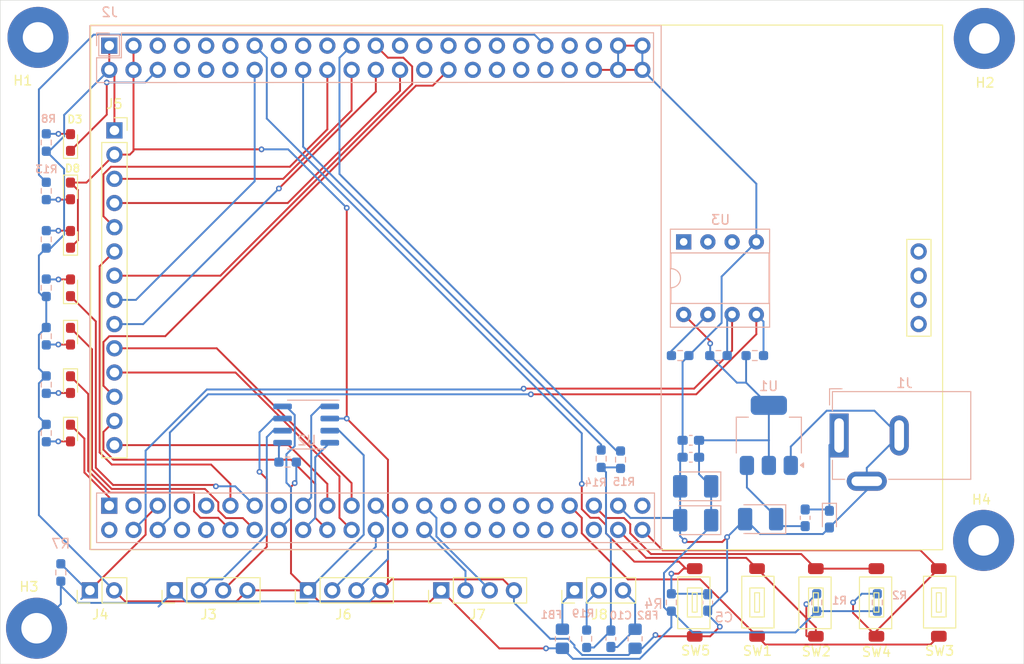
<source format=kicad_pcb>
(kicad_pcb (version 20240108) (generator "pcbnew") (generator_version "8.0")
  (layers (0 "F.Cu" signal) (31 "B.Cu" signal) (34 "B.Paste" user) (35 "F.Paste" user) (36 "B.SilkS" user "B.Silkscreen") (37 "F.SilkS" user "F.Silkscreen") (38 "B.Mask" user) (39 "F.Mask" user) (44 "Edge.Cuts" user))
  (net 0 "")
  (net 1 "Net-(D1-K)")
  (net 2 "PA0_ADC1_IN0")
  (net 3 "Net-(U1-VI)")
  (net 4 "PA14_SWCLK")
  (net 5 "+3.3V")
  (net 6 "PA13_SWDIO")
  (net 7 "PA9_UART_Tx")
  (net 8 "PA10_UART_Rx")
  (net 9 "D_GND")
  (net 10 "N_RESET")
  (net 11 "Net-(C10-Pad1)")
  (net 12 "AGND")
  (net 13 "Net-(D2-A)")
  (net 14 "Net-(D3-A)")
  (net 15 "PE3_ALIVE_LED")
  (net 16 "PE1_GLED")
  (net 17 "Net-(D4-A)")
  (net 18 "PD6_BLED")
  (net 19 "Net-(D5-A)")
  (net 20 "PD5_WLED")
  (net 21 "Net-(D6-A)")
  (net 22 "Net-(D7-A)")
  (net 23 "PD4_YLED")
  (net 24 "Net-(D8-A)")
  (net 25 "+3.3VA")
  (net 26 "PA3_ADC1_IN3")
  (net 31 "PE13_TIMER1_CH3_PWM")
  (net 43 "PD1_CAN1_Tx")
  (net 49 "PC11_SPI3_MISO")
  (net 50 "PA2_LCD_DC")
  (net 51 "PC0_LCD_BL")
  (net 56 "PB7_I2C1_SDA")
  (net 59 "PB8_I2C1_SCL")
  (net 62 "PC10_SPI3_SCK")
  (net 63 "PB14_COL1")
  (net 65 "PC4_LCD_RST")
  (net 68 "PA5_SPI1_LCD_SCK")
  (net 69 "PA6_SPI1_MISO_LCD")
  (net 70 "PD0_CAN1_Rx")
  (net 71 "PD7_SPI1_MOSI_LCD")
  (net 77 "PC12_SPI3_IRQ")
  (net 80 "PA4_SPI1_LCD_NCS")
  (net 82 "PB2_SPI3_MOSI")
  (net 86 "PD2_CAN1_STB")
  (net 89 "PC15_SPI3_NCS")
  (net 90 "PB12_COL2")
  (net 91 "PD10_ROW1")
  (net 94 "BOOT0")
  (net 95 "PD8_ROW2")
  (net 96 "Net-(J3-Pin_2)")
  (net 97 "Net-(J3-Pin_3)")
  (net 102 "Net-(J8-Pin_2)")
  (net 103 "Net-(U2-NC_Vio)")
  (net 104 "Net-(U3-WP)")
  (footprint "LT_Library80:LT_MountingHole_3.2mm_M3_Pad_TopBottom" (layer "F.Cu") (at 30.956 111.955)
    (property "Reference" "H3")
    (property "Value" "MountingHole_Pad" (hide yes))
  )
  (footprint "LED_SMD:LED_0603_1608Metric_Pad1.05x0.95mm_HandSolder" (layer "F.Cu") (at 34.512 91.479 -90)
    (property "Reference" "D4" (hide yes))
    (property "Value" "GLED/1608" (hide yes))
  )
  (footprint "LED_SMD:LED_0603_1608Metric_Pad1.05x0.95mm_HandSolder" (layer "F.Cu") (at 34.512 76.239 90)
    (property "Reference" "D6" (hide yes))
    (property "Value" "WLED/1608" (hide yes))
  )
  (footprint "LT_Library80:LT_TS-1101_SW" (layer "F.Cu") (at 101.71875 112.29875 90)
    (property "Reference" "SW5")
    (property "Value" "TS1101_Push(eleparts)" (hide yes))
  )
  (footprint "LED_SMD:LED_0603_1608Metric_Pad1.05x0.95mm_HandSolder" (layer "F.Cu") (at 34.512 71.159 90)
    (property "Reference" "D2" (hide yes))
    (property "Value" "RLED/1608" (hide yes))
  )
  (footprint "Connector_PinHeader_2.54mm:PinHeader_1x04_P2.54mm_Vertical" (layer "F.Cu") (at 59.40575 107.98075 90)
    (property "Reference" "J6")
    (property "Value" "Conn_01x04" (hide yes))
  )
  (footprint "Connector_PinHeader_2.54mm:PinHeader_1x03_P2.54mm_Vertical" (layer "F.Cu") (at 87.34575 107.98075 90)
    (property "Reference" "J8")
    (property "Value" "Conn_01x03" (hide yes))
  )
  (footprint "LT_Library80:LT_MountingHole_3.2mm_M3_Pad_TopBottom" (layer "F.Cu") (at 31.108575 49.971265)
    (property "Reference" "H1")
    (property "Value" "MountingHole_Pad" (hide yes))
  )
  (footprint "Connector_PinHeader_2.54mm:PinHeader_1x02_P2.54mm_Vertical" (layer "F.Cu") (at 36.54575 107.98075 90)
    (property "Reference" "J4")
    (property "Value" "Conn_01x02" (hide yes))
  )
  (footprint "LED_SMD:LED_0603_1608Metric_Pad1.05x0.95mm_HandSolder" (layer "F.Cu") (at 34.512 66.079 -90)
    (property "Reference" "D8")
    (property "Value" "YLED/1608" (hide yes))
  )
  (footprint "LT_Library80:LT_MountingHole_3.2mm_M3_Pad_TopBottom" (layer "F.Cu") (at 130.228842 102.74025)
    (property "Reference" "H4")
    (property "Value" "MountingHole_Pad" (hide yes))
  )
  (footprint "LT_Library80:LT_TS-1101_SW" (layer "F.Cu") (at 123.75275 106.20275 -90)
    (property "Reference" "SW3")
    (property "Value" "TS1101_Push(eleparts)" (hide yes))
  )
  (footprint "LT_Library80:LT_TS-1101_SW" (layer "F.Cu") (at 104.70275 106.20275 -90)
    (property "Reference" "SW1")
    (property "Value" "TS1101_Push(eleparts)" (hide yes))
  )
  (footprint "LED_SMD:LED_0603_1608Metric_Pad1.05x0.95mm_HandSolder" (layer "F.Cu") (at 34.512 60.999 90)
    (property "Reference" "D3")
    (property "Value" "RLED/1608" (hide yes))
  )
  (footprint "LT_Library80:LT_TS-1101_SW" (layer "F.Cu") (at 120.76875 112.29875 90)
    (property "Reference" "SW4")
    (property "Value" "TS1101_Push(eleparts)" (hide yes))
  )
  (footprint "LED_SMD:LED_0603_1608Metric_Pad1.05x0.95mm_HandSolder" (layer "F.Cu") (at 34.512 86.399 -90)
    (property "Reference" "D5" (hide yes))
    (property "Value" "BLED/1608" (hide yes))
  )
  (footprint "LT_Library80:LT_TS-1101_SW" (layer "F.Cu") (at 114.41875 112.29875 90)
    (property "Reference" "SW2")
    (property "Value" "TS1101_Push(eleparts)" (hide yes))
  )
  (footprint "LED_SMD:LED_0603_1608Metric_Pad1.05x0.95mm_HandSolder" (layer "F.Cu") (at 34.512 81.319 -90)
    (property "Reference" "D7" (hide yes))
    (property "Value" "YLED/1608" (hide yes))
  )
  (footprint "LT_Library80:LT_MountingHole_3.2mm_M3_Pad_TopBottom" (layer "F.Cu") (at 130.303413 50.088366)
    (property "Reference" "H2")
    (property "Value" "MountingHole_Pad" (hide yes))
  )
  (footprint "Connector_PinHeader_2.54mm:PinHeader_1x04_P2.54mm_Vertical" (layer "F.Cu") (at 45.43575 107.98075 90)
    (property "Reference" "J3")
    (property "Value" "Conn_01x04" (hide yes))
  )
  (footprint "Connector_PinHeader_2.54mm:PinHeader_1x04_P2.54mm_Vertical" (layer "F.Cu") (at 73.37575 107.98075 90)
    (property "Reference" "J7")
    (property "Value" "Conn_01x04" (hide yes))
  )
  (footprint "LT_Library80:LT_LCD_SPI_ILI9341_P2.54mm" (layer "F.Cu") (at 39.116 59.729)
    (property "Reference" "J5")
    (property "Value" "LCD_SPI_ILI9341" (hide yes))
  )
  (footprint "Resistor_SMD:R_0805_2012Metric_Pad1.20x1.40mm_HandSolder" (layer "B.Cu") (at 86.07575 113.06075 90)
    (property "Reference" "FB1")
    (property "Value" "0R_2012" (hide yes))
  )
  (footprint "Capacitor_SMD:C_0603_1608Metric_Pad1.08x0.95mm_HandSolder" (layer "B.Cu") (at 91.15575 113.06075 -90)
    (property "Reference" "C10")
    (property "Value" "100nF/1608" (hide yes))
  )
  (footprint "Capacitor_Tantalum_SMD:CP_EIA-3528-21_Kemet-B_Pad1.50x2.35mm_HandSolder" (layer "B.Cu") (at 100.044 97.067 180)
    (property "Reference" "C4" (hide yes))
    (property "Value" "22uF/6.3V/TTB" (hide yes))
  )
  (footprint "Resistor_SMD:R_0603_1608Metric_Pad0.98x0.95mm_HandSolder" (layer "B.Cu") (at 31.972 91.479 -90)
    (property "Reference" "R9" (hide yes))
    (property "Value" "65R/1608" (hide yes))
  )
  (footprint "Resistor_SMD:R_0603_1608Metric_Pad0.98x0.95mm_HandSolder" (layer "B.Cu") (at 31.972 81.319 -90)
    (property "Reference" "R12" (hide yes))
    (property "Value" "65R/1608" (hide yes))
  )
  (footprint "Resistor_SMD:R_0603_1608Metric_Pad0.98x0.95mm_HandSolder" (layer "B.Cu") (at 33.496 106.1075 90)
    (property "Reference" "R7")
    (property "Value" "4.7KR/1608" (hide yes))
  )
  (footprint "Resistor_SMD:R_0805_2012Metric_Pad1.20x1.40mm_HandSolder" (layer "B.Cu") (at 93.69575 113.06075 90)
    (property "Reference" "FB2")
    (property "Value" "0R_2012" (hide yes))
  )
  (footprint "Resistor_SMD:R_0603_1608Metric_Pad0.98x0.95mm_HandSolder" (layer "B.Cu") (at 102.4335 83.351)
    (property "Reference" "R17" (hide yes))
    (property "Value" "1KR/1608" (hide yes))
  )
  (footprint "Diode_SMD:D_0603_1608Metric_Pad1.05x0.95mm_HandSolder" (layer "B.Cu") (at 114.064 100.511 -90)
    (property "Reference" "D1" (hide yes))
    (property "Value" "5.25V_Zener/1608" (hide yes))
  )
  (footprint "Resistor_SMD:R_0603_1608Metric_Pad0.98x0.95mm_HandSolder" (layer "B.Cu") (at 31.972 71.159 -90)
    (property "Reference" "R3" (hide yes))
    (property "Value" "65R/1608" (hide yes))
  )
  (footprint "Resistor_SMD:R_0603_1608Metric_Pad0.98x0.95mm_HandSolder" (layer "B.Cu") (at 98.4165 83.351)
    (property "Reference" "R16" (hide yes))
    (property "Value" "1KR/1608" (hide yes))
  )
  (footprint "Resistor_SMD:R_0603_1608Metric_Pad0.98x0.95mm_HandSolder" (layer "B.Cu") (at 31.972 60.999 -90)
    (property "Reference" "R8")
    (property "Value" "65R/1608" (hide yes))
  )
  (footprint "LT_Library80:LT_SOIC-8_3.9x4.9mm_P1.27mm" (layer "B.Cu") (at 59.215 90.59 180)
    (property "Reference" "U2")
    (property "Value" "LT_TCAN1044-SOIC8" (hide yes))
  )
  (footprint "Capacitor_SMD:C_0603_1608Metric_Pad1.08x0.95mm_HandSolder" (layer "B.Cu") (at 99.536 94.019 180)
    (property "Reference" "C9" (hide yes))
    (property "Value" "100nF/1608" (hide yes))
  )
  (footprint "Package_TO_SOT_SMD:SOT-223-3_TabPin2" (layer "B.Cu") (at 107.714 91.723 90)
    (property "Reference" "U1")
    (property "Value" "AMS1117-3.3" (hide yes))
  )
  (footprint "Fuse:Fuse_0603_1608Metric_Pad1.05x0.95mm_HandSolder" (layer "B.Cu") (at 111.524 100.37 -90)
    (property "Reference" "F1" (hide yes))
    (property "Value" "2.6A_Fuse/1608" (hide yes))
  )
  (footprint "Resistor_SMD:R_0603_1608Metric_Pad0.98x0.95mm_HandSolder" (layer "B.Cu") (at 31.972 76.239 90)
    (property "Reference" "R11" (hide yes))
    (property "Value" "65R/1608" (hide yes))
  )
  (footprint "Capacitor_Tantalum_SMD:CP_EIA-3528-21_Kemet-B_Pad1.50x2.35mm_HandSolder" (layer "B.Cu") (at 106.851 100.511 180)
    (property "Reference" "C3" (hide yes))
    (property "Value" "10uF/10V/TTB" (hide yes))
  )
  (footprint "Resistor_SMD:R_0603_1608Metric_Pad0.98x0.95mm_HandSolder" (layer "B.Cu") (at 106.2435 83.351)
    (property "Reference" "R18" (hide yes))
    (property "Value" "1KR/1608" (hide yes))
  )
  (footprint "LT_Library80:LT_STM32F767VGT-23x2_Frame" (layer "B.Cu") (at 38.576 50.839 -90)
    (property "Reference" "J2")
    (property "Value" "LT_Conn_02x23_Odd_Even_2EA_Frame" (hide yes))
  )
  (footprint "Capacitor_SMD:C_0603_1608Metric_Pad1.08x0.95mm_HandSolder" (layer "B.Cu") (at 99.536 92.241 180)
    (property "Reference" "C1" (hide yes))
    (property "Value" "100nF/1608" (hide yes))
  )
  (footprint "Resistor_SMD:R_0603_1608Metric_Pad0.98x0.95mm_HandSolder" (layer "B.Cu") (at 88.61575 113.06075 90)
    (property "Reference" "R19")
    (property "Value" "0R/1608" (hide yes))
  )
  (footprint "Resistor_SMD:R_0603_1608Metric_Pad0.98x0.95mm_HandSolder" (layer "B.Cu") (at 119.08575 109.25075 90)
    (property "Reference" "R2")
    (property "Value" "10KR/1608" (hide yes))
  )
  (footprint "Capacitor_Tantalum_SMD:CP_EIA-3528-21_Kemet-B_Pad1.50x2.35mm_HandSolder" (layer "B.Cu") (at 100.044 100.623 180)
    (property "Reference" "C2" (hide yes))
    (property "Value" "22uF_6.3V_TTB" (hide yes))
  )
  (footprint "Resistor_SMD:R_0603_1608Metric_Pad0.98x0.95mm_HandSolder" (layer "B.Cu") (at 31.972 66.079 -90)
    (property "Reference" "R13")
    (property "Value" "65R/1608" (hide yes))
  )
  (footprint "Resistor_SMD:R_0603_1608Metric_Pad0.98x0.95mm_HandSolder" (layer "B.Cu") (at 57.2685 94.527)
    (property "Reference" "R6" (hide yes))
    (property "Value" "0R/1608" (hide yes))
  )
  (footprint "Resistor_SMD:R_0603_1608Metric_Pad0.98x0.95mm_HandSolder" (layer "B.Cu") (at 90.138 94.1695 -90)
    (property "Reference" "R14")
    (property "Value" "0R/1608" (hide yes))
  )
  (footprint "Connector_BarrelJack:BarrelJack_GCT_DCJ200-10-A_Horizontal" (layer "B.Cu") (at 115.08 91.733 -90)
    (property "Reference" "J1")
    (property "Value" "NW3_DC005-2.0(devicemart)" (hide yes))
  )
  (footprint "LT_Library80:LT_DIP-8_W7.62mm_Socket" (layer "B.Cu") (at 98.784 71.423 -90)
    (property "Reference" "U3")
    (property "Value" "AT24C04_DIP8" (hide yes))
  )
  (footprint "Resistor_SMD:R_0603_1608Metric_Pad0.98x0.95mm_HandSolder" (layer "B.Cu") (at 97.49575 109.25075 -90)
    (property "Reference" "R4")
    (property "Value" "1MR/1608" (hide yes))
  )
  (footprint "Resistor_SMD:R_0603_1608Metric_Pad0.98x0.95mm_HandSolder" (layer "B.Cu") (at 92.17 94.273 -90)
    (property "Reference" "R15")
    (property "Value" "0R/1608" (hide yes))
  )
  (footprint "Resistor_SMD:R_0603_1608Metric_Pad0.98x0.95mm_HandSolder" (layer "B.Cu") (at 31.972 86.399 -90)
    (property "Reference" "R10" (hide yes))
    (property "Value" "65R/1608" (hide yes))
  )
  (footprint "Resistor_SMD:R_0603_1608Metric_Pad0.98x0.95mm_HandSolder" (layer "B.Cu") (at 112.73575 109.25075 90)
    (property "Reference" "R1")
    (property "Value" "10KR/1608" (hide yes))
  )
  (footprint "Capacitor_SMD:C_0603_1608Metric_Pad1.08x0.95mm_HandSolder" (layer "B.Cu") (at 101.30575 109.25075 -90)
    (property "Reference" "C5")
    (property "Value" "1uF/1608" (hide yes))
  )
  (gr_rect (start 27.146 46.075) (end 134.446 115.715) (stroke (width 0.05)) (fill none) (layer "Edge.Cuts"))
  (segment (start 114.064 99.636) (end 114.064 92.749) (width 0.2) (layer "B.Cu") (net 1))
  (segment (start 113.923 99.495) (end 114.064 99.636) (width 0.2) (layer "B.Cu") (net 1))
  (segment (start 111.524 99.495) (end 113.923 99.495) (width 0.2) (layer "B.Cu") (net 1))
  (segment (start 114.064 92.749) (end 115.08 91.733) (width 0.2) (layer "B.Cu") (net 1))
  (segment (start 90.138 92.691315) (end 58.896 61.449315) (width 0.2) (layer "B.Cu") (net 2))
  (segment (start 58.896 61.449315) (end 58.896 53.379) (width 0.2) (layer "B.Cu") (net 2))
  (segment (start 90.138 93.257) (end 90.138 92.691315) (width 0.2) (layer "B.Cu") (net 2))
  (segment (start 108.476 100.511) (end 108.476 100.257) (width 0.2) (layer "B.Cu") (net 3))
  (segment (start 109.21 101.245) (end 108.476 100.511) (width 0.2) (layer "B.Cu") (net 3))
  (segment (start 105.414 97.195) (end 105.414 94.873) (width 0.2) (layer "B.Cu") (net 3))
  (segment (start 111.524 101.245) (end 109.21 101.245) (width 0.2) (layer "B.Cu") (net 3))
  (segment (start 108.476 100.257) (end 105.414 97.195) (width 0.2) (layer "B.Cu") (net 3))
  (segment (start 67.786 100.369) (end 66.516 99.099) (width 0.2) (layer "B.Cu") (net 4))
  (segment (start 64.48575 107.98075) (end 67.786 104.6805) (width 0.2) (layer "B.Cu") (net 4))
  (segment (start 67.786 104.6805) (end 67.786 100.369) (width 0.2) (layer "B.Cu") (net 4))
  (segment (start 64.48575 107.98075) (end 65.136 107.3305) (width 0.2) (layer "B.Cu") (net 4))
  (segment (start 84.356678 114.068723) (end 79.463723 114.068723) (width 0.2) (layer "F.Cu") (net 5))
  (segment (start 60.55575 109.13075) (end 72.22575 109.13075) (width 0.2) (layer "F.Cu") (net 5))
  (segment (start 59.40575 107.98075) (end 60.55575 109.13075) (width 0.2) (layer "F.Cu") (net 5))
  (segment (start 39.116 53.919) (end 38.576 53.379) (width 0.2) (layer "F.Cu") (net 5))
  (segment (start 57.626 97.117283) (end 57.626 106.201) (width 0.2) (layer "F.Cu") (net 5))
  (segment (start 98.784 79.043) (end 101.568 81.827) (width 0.2) (layer "F.Cu") (net 5))
  (segment (start 57.626 106.201) (end 59.40575 107.98075) (width 0.2) (layer "F.Cu") (net 5))
  (segment (start 53.05575 107.98075) (end 59.40575 107.98075) (width 0.2) (layer "F.Cu") (net 5))
  (segment (start 72.22575 109.13075) (end 73.37575 107.98075) (width 0.2) (layer "F.Cu") (net 5))
  (segment (start 53.05575 107.98075) (end 51.90575 109.13075) (width 0.2) (layer "F.Cu") (net 5))
  (segment (start 101.568 81.827) (end 101.568 82.081) (width 0.2) (layer "F.Cu") (net 5))
  (segment (start 51.90575 109.13075) (end 40.23575 109.13075) (width 0.2) (layer "F.Cu") (net 5))
  (segment (start 58.014523 96.72876) (end 57.626 97.117283) (width 0.2) (layer "F.Cu") (net 5))
  (segment (start 38.576 53.379) (end 38.576 50.839) (width 0.2) (layer "F.Cu") (net 5))
  (segment (start 79.463723 114.068723) (end 73.37575 107.98075) (width 0.2) (layer "F.Cu") (net 5))
  (segment (start 39.116 59.729) (end 39.116 53.919) (width 0.2) (layer "F.Cu") (net 5))
  (segment (start 40.23575 109.13075) (end 39.08575 107.98075) (width 0.2) (layer "F.Cu") (net 5))
  (via (at 58.014523 96.72876) (size 0.6) (drill 0.3) (layers "F.Cu" "B.Cu") (net 5))
  (via (at 84.356678 114.068723) (size 0.6) (drill 0.3) (layers "F.Cu" "B.Cu") (net 5))
  (via (at 101.568 82.081) (size 0.6) (drill 0.3) (layers "F.Cu" "B.Cu") (net 5))
  (segment (start 101.669 97.067) (end 101.669 100.623) (width 0.2) (layer "B.Cu") (net 5))
  (segment (start 101.568 83.304) (end 101.521 83.351) (width 0.2) (layer "B.Cu") (net 5))
  (segment (start 31.972 90.5665) (end 31.197 91.3415) (width 0.2) (layer "B.Cu") (net 5))
  (segment (start 62.664999 91.225) (end 65.246 93.806001) (width 0.2) (layer "B.Cu") (net 5))
  (segment (start 101.568 82.081) (end 101.568 83.304) (width 0.2) (layer "B.Cu") (net 5))
  (segment (start 96.72075 109.74575) (end 96.72075 106.157221) (width 0.2) (layer "B.Cu") (net 5))
  (segment (start 58.181 94.527) (end 58.181 96.562283) (width 0.2) (layer "B.Cu") (net 5))
  (segment (start 31.197 89.7915) (end 31.197 86.2615) (width 0.2) (layer "B.Cu") (net 5))
  (segment (start 100.3985 95.7965) (end 101.669 97.067) (width 0.2) (layer "B.Cu") (net 5))
  (segment (start 86.07575 114.06075) (end 84.364651 114.06075) (width 0.2) (layer "B.Cu") (net 5))
  (segment (start 101.669 101.208971) (end 101.669 100.623) (width 0.2) (layer "B.Cu") (net 5))
  (segment (start 97.49575 110.16325) (end 97.13825 110.16325) (width 0.2) (layer "B.Cu") (net 5))
  (segment (start 65.246 93.806001) (end 65.246 102.147) (width 0.2) (layer "B.Cu") (net 5))
  (segment (start 33.838853 70.679647) (end 33.838853 63.778353) (width 0.2) (layer "B.Cu") (net 5))
  (segment (start 31.197 81.1815) (end 31.972 80.4065) (width 0.2) (layer "B.Cu") (net 5))
  (segment (start 86.07575 114.06075) (end 86.20575 114.19075) (width 0.2) (layer "B.Cu") (net 5))
  (segment (start 107.714 92.241) (end 107.714 94.873) (width 0.2) (layer "B.Cu") (net 5))
  (segment (start 110.50825 112.39075) (end 99.72325 112.39075) (width 0.2) (layer "B.Cu") (net 5))
  (segment (start 87.17575 115.16075) (end 94.180494 115.16075) (width 0.2) (layer "B.Cu") (net 5))
  (segment (start 31.197 76.734) (end 31.197 72.8465) (width 0.2) (layer "B.Cu") (net 5))
  (segment (start 86.07575 114.06075) (end 87.17575 115.16075) (width 0.2) (layer "B.Cu") (net 5))
  (segment (start 32.273135 61.9115) (end 31.972 61.9115) (width 0.2) (layer "B.Cu") (net 5))
  (segment (start 33.846197 60.338438) (end 32.273135 61.9115) (width 0.2) (layer "B.Cu") (net 5))
  (segment (start 112.73575 110.16325) (end 119.08575 110.16325) (width 0.2) (layer "B.Cu") (net 5))
  (segment (start 31.197 100.092) (end 39.08575 107.98075) (width 0.2) (layer "B.Cu") (net 5))
  (segment (start 59.41225 107.98075) (end 59.40575 107.98075) (width 0.2) (layer "B.Cu") (net 5))
  (segment (start 94.180494 115.16075) (end 97.49575 111.845494) (width 0.2) (layer "B.Cu") (net 5))
  (segment (start 31.197 86.2615) (end 31.972 85.4865) (width 0.2) (layer "B.Cu") (net 5))
  (segment (start 100.3985 94.019) (end 100.3985 95.7965) (width 0.2) (layer "B.Cu") (net 5))
  (segment (start 31.972 72.0715) (end 32.447 72.0715) (width 0.2) (layer "B.Cu") (net 5))
  (segment (start 100.3985 92.241) (end 107.714 92.241) (width 0.2) (layer "B.Cu") (net 5))
  (segment (start 105.331 86.19) (end 105.331 83.351) (width 0.2) (layer "B.Cu") (net 5))
  (segment (start 31.197 84.7115) (end 31.197 81.1815) (width 0.2) (layer "B.Cu") (net 5))
  (segment (start 31.197 91.3415) (end 31.197 100.092) (width 0.2) (layer "B.Cu") (net 5))
  (segment (start 31.972 80.4065) (end 31.972 77.1515) (width 0.2) (layer "B.Cu") (net 5))
  (segment (start 33.838853 63.778353) (end 31.972 61.9115) (width 0.2) (layer "B.Cu") (net 5))
  (segment (start 31.972 85.4865) (end 31.197 84.7115) (width 0.2) (layer "B.Cu") (net 5))
  (segment (start 107.714 88.573) (end 107.714 92.241) (width 0.2) (layer "B.Cu") (net 5))
  (segment (start 31.6145 77.1515) (end 31.197 76.734) (width 0.2) (layer "B.Cu") (net 5))
  (segment (start 97.13825 110.16325) (end 96.72075 109.74575) (width 0.2) (layer "B.Cu") (net 5))
  (segment (start 31.972 90.5665) (end 31.197 89.7915) (width 0.2) (layer "B.Cu") (net 5))
  (segment (start 31.972 77.1515) (end 31.6145 77.1515) (width 0.2) (layer "B.Cu") (net 5))
  (segment (start 99.72325 112.39075) (end 97.49575 110.16325) (width 0.2) (layer "B.Cu") (net 5))
  (segment (start 65.246 102.147) (end 59.41225 107.98075) (width 0.2) (layer "B.Cu") (net 5))
  (segment (start 107.714 88.573) (end 105.331 86.19) (width 0.2) (layer "B.Cu") (net 5))
  (segment (start 58.181 96.562283) (end 58.014523 96.72876) (width 0.2) (layer "B.Cu") (net 5))
  (segment (start 31.197 72.8465) (end 31.972 72.0715) (width 0.2) (layer "B.Cu") (net 5))
  (segment (start 100.3985 92.241) (end 100.3985 94.019) (width 0.2) (layer "B.Cu") (net 5))
  (segment (start 32.447 72.0715) (end 33.838853 70.679647) (width 0.2) (layer "B.Cu") (net 5))
  (segment (start 31.972 61.9115) (end 31.972 62.269) (width 0.2) (layer "B.Cu") (net 5))
  (segment (start 84.364651 114.06075) (end 84.356678 114.068723) (width 0.2) (layer "B.Cu") (net 5))
  (segment (start 97.49575 111.845494) (end 97.49575 110.16325) (width 0.2) (layer "B.Cu") (net 5))
  (segment (start 38.1715 52.9745) (end 38.576 53.379) (width 0.2) (layer "B.Cu") (net 5))
  (segment (start 96.72075 106.157221) (end 101.669 101.208971) (width 0.2) (layer "B.Cu") (net 5))
  (segment (start 112.73575 110.16325) (end 110.50825 112.39075) (width 0.2) (layer "B.Cu") (net 5))
  (segment (start 38.576 53.379) (end 33.846197 58.108803) (width 0.2) (layer "B.Cu") (net 5))
  (segment (start 61.69 91.225) (end 62.664999 91.225) (width 0.2) (layer "B.Cu") (net 5))
  (segment (start 33.846197 58.108803) (end 33.846197 60.338438) (width 0.2) (layer "B.Cu") (net 5))
  (segment (start 104.36 86.19) (end 105.331 86.19) (width 0.2) (layer "B.Cu") (net 5))
  (segment (start 101.521 83.351) (end 104.36 86.19) (width 0.2) (layer "B.Cu") (net 5))
  (segment (start 61.94575 107.98075) (end 66.516 103.4105) (width 0.2) (layer "B.Cu") (net 6))
  (segment (start 66.516 103.4105) (end 66.516 101.639) (width 0.2) (layer "B.Cu") (net 6))
  (segment (start 75.91575 105.95875) (end 75.91575 107.98075) (width 0.2) (layer "B.Cu") (net 7))
  (segment (start 71.596 101.639) (end 75.91575 105.95875) (width 0.2) (layer "B.Cu") (net 7))
  (segment (start 72.866 100.369) (end 72.866 102.325173) (width 0.2) (layer "B.Cu") (net 8))
  (segment (start 72.866 102.325173) (end 78.45575 107.914923) (width 0.2) (layer "B.Cu") (net 8))
  (segment (start 78.45575 107.914923) (end 78.45575 107.98075) (width 0.2) (layer "B.Cu") (net 8))
  (segment (start 71.596 99.099) (end 72.866 100.369) (width 0.2) (layer "B.Cu") (net 8))
  (segment (start 41.116 50.839) (end 41.116 53.379) (width 0.2) (layer "F.Cu") (net 9))
  (segment (start 41.116 61.879) (end 40.726 62.269) (width 0.2) (layer "F.Cu") (net 9))
  (segment (start 36.181 65.204) (end 39.116 62.269) (width 0.2) (layer "F.Cu") (net 9))
  (segment (start 40.726 62.269) (end 39.116 62.269) (width 0.2) (layer "F.Cu") (net 9))
  (segment (start 54.534735 61.717735) (end 41.159265 61.717735) (width 0.2) (layer "F.Cu") (net 9))
  (segment (start 95.96375 112.79875) (end 99.94375 112.79875) (width 0.2) (layer "F.Cu") (net 9))
  (segment (start 99.01975 102.90075) (end 98.89275 102.77375) (width 0.2) (layer "F.Cu") (net 9))
  (segment (start 67.786 94.273) (end 67.786 107.2205) (width 0.2) (layer "F.Cu") (net 9))
  (segment (start 41.159265 61.717735) (end 41.116 61.761) (width 0.2) (layer "F.Cu") (net 9))
  (segment (start 63.468 67.857) (end 63.468 89.955) (width 0.2) (layer "F.Cu") (net 9))
  (segment (start 89.376 53.379) (end 94.456 53.379) (width 0.2) (layer "F.Cu") (net 9))
  (segment (start 101.56775 112.79875) (end 102.57575 111.79075) (width 0.2) (layer "F.Cu") (net 9))
  (segment (start 91.916 50.839) (end 94.456 50.839) (width 0.2) (layer "F.Cu") (net 9))
  (segment (start 41.116 61.761) (end 41.116 61.879) (width 0.2) (layer "F.Cu") (net 9))
  (segment (start 35.287 65.979) (end 35.287 71.259) (width 0.2) (layer "F.Cu") (net 9))
  (segment (start 79.84575 106.83075) (end 80.99575 107.98075) (width 0.2) (layer "F.Cu") (net 9))
  (segment (start 67.02575 107.98075) (end 68.17575 106.83075) (width 0.2) (layer "F.Cu") (net 9))
  (segment (start 63.468 89.955) (end 67.786 94.273) (width 0.2) (layer "F.Cu") (net 9))
  (segment (start 41.116 53.379) (end 41.116 61.761) (width 0.2) (layer "F.Cu") (net 9))
  (segment (start 103.341 102.396) (end 102.83625 102.90075) (width 0.2) (layer "F.Cu") (net 9))
  (segment (start 68.17575 106.83075) (end 79.84575 106.83075) (width 0.2) (layer "F.Cu") (net 9))
  (segment (start 99.94375 112.79875) (end 101.56775 112.79875) (width 0.2) (layer "F.Cu") (net 9))
  (segment (start 102.83625 102.90075) (end 99.01975 102.90075) (width 0.2) (layer "F.Cu") (net 9))
  (segment (start 34.512 65.204) (end 36.181 65.204) (width 0.2) (layer "F.Cu") (net 9))
  (segment (start 67.786 107.2205) (end 67.02575 107.98075) (width 0.2) (layer "F.Cu") (net 9))
  (segment (start 34.512 65.204) (end 35.287 65.979) (width 0.2) (layer "F.Cu") (net 9))
  (segment (start 35.287 71.259) (end 34.512 72.034) (width 0.2) (layer "F.Cu") (net 9))
  (segment (start 95.828857 112.663857) (end 95.96375 112.79875) (width 0.2) (layer "F.Cu") (net 9))
  (via (at 54.534735 61.717735) (size 0.6) (drill 0.3) (layers "F.Cu" "B.Cu") (net 9))
  (via (at 63.468 67.857) (size 0.6) (drill 0.3) (layers "F.Cu" "B.Cu") (net 9))
  (via (at 95.828857 112.663857) (size 0.6) (drill 0.3) (layers "F.Cu" "B.Cu") (net 9))
  (via (at 98.89275 102.77375) (size 0.6) (drill 0.3) (layers "F.Cu" "B.Cu") (net 9))
  (via (at 103.341 102.396) (size 0.6) (drill 0.3) (layers "F.Cu" "B.Cu") (net 9))
  (via (at 102.57575 111.79075) (size 0.6) (drill 0.3) (layers "F.Cu" "B.Cu") (net 9))
  (via (at 63.468 89.955) (size 0.6) (drill 0.3) (layers "F.Cu" "B.Cu") (net 9))
  (segment (start 87.33575 113.736006) (end 86.660494 113.06075) (width 0.2) (layer "B.Cu") (net 9))
  (segment (start 103.341 102.396) (end 103.341 108.078) (width 0.2) (layer "B.Cu") (net 9))
  (segment (start 93.69575 114.06075) (end 94.431964 114.06075) (width 0.2) (layer "B.Cu") (net 9))
  (segment (start 114.064 101.386) (end 113.38 102.07) (width 0.2) (layer "B.Cu") (net 9))
  (segment (start 35.28175 109.29325) (end 44.12325 109.29325) (width 0.2) (layer "B.Cu") (net 9))
  (segment (start 80.99575 109.26075) (end 84.79575 113.06075) (width 0.2) (layer "B.Cu") (net 9))
  (segment (start 98.89275 102.77375) (end 98.419 102.3) (width 0.2) (layer "B.Cu") (net 9))
  (segment (start 102.764 79.916) (end 102.764 75.063) (width 0.2) (layer "B.Cu") (net 9))
  (segment (start 98.6735 92.241) (end 98.6735 84.0065) (width 0.2) (layer "B.Cu") (net 9))
  (segment (start 65.87575 109.13075) (end 67.02575 107.98075) (width 0.2) (layer "B.Cu") (net 9))
  (segment (start 91.916 99.099) (end 93.201255 100.384255) (width 0.2) (layer "B.Cu") (net 9))
  (segment (start 46.58575 109.13075) (end 65.87575 109.13075) (width 0.2) (layer "B.Cu") (net 9))
  (segment (start 33.496 107.02) (end 33.496 107.5075) (width 0.2) (layer "B.Cu") (net 9))
  (segment (start 33.496 107.02) (end 33.496 109.415) (width 0.2) (layer "B.Cu") (net 9))
  (segment (start 44.12325 109.29325) (end 45.43575 107.98075) (width 0.2) (layer "B.Cu") (net 9))
  (segment (start 92.99575 114.76075) (end 88.149028 114.76075) (width 0.2) (layer "B.Cu") (net 9))
  (segment (start 88.149028 114.76075) (end 87.33575 113.947472) (width 0.2) (layer "B.Cu") (net 9))
  (segment (start 113.78 89.133) (end 118.78 89.133) (width 0.2) (layer "B.Cu") (net 9))
  (segment (start 98.419 102.3) (end 98.419 100.623) (width 0.2) (layer "B.Cu") (net 9))
  (segment (start 33.496 107.5075) (end 35.28175 109.29325) (width 0.2) (layer "B.Cu") (net 9))
  (segment (start 114.064 101.386) (end 117.98 97.47) (width 0.2) (layer "B.Cu") (net 9))
  (segment (start 103.341 108.078) (end 101.30575 110.11325) (width 0.2) (layer "B.Cu") (net 9))
  (segment (start 117.98 95.133) (end 121.38 91.733) (width 0.2) (layer "B.Cu") (net 9))
  (segment (start 98.419 94.2735) (end 98.6735 94.019) (width 0.2) (layer "B.Cu") (net 9))
  (segment (start 118.78 89.133) (end 121.38 91.733) (width 0.2) (layer "B.Cu") (net 9))
  (segment (start 61.69 89.955) (end 62.706 89.955) (width 0.2) (layer "B.Cu") (net 9))
  (segment (start 113.38 102.07) (end 106.785 102.07) (width 0.2) (layer "B.Cu") (net 9))
  (segment (start 106.785 102.07) (end 105.226 100.511) (width 0.2) (layer "B.Cu") (net 9))
  (segment (start 117.98 97.47) (end 117.98 96.533) (width 0.2) (layer "B.Cu") (net 9))
  (segment (start 117.98 96.533) (end 117.98 95.133) (width 0.2) (layer "B.Cu") (net 9))
  (segment (start 57.328735 61.717735) (end 54.534735 61.717735) (width 0.2) (layer "B.Cu") (net 9))
  (segment (start 94.431964 114.06075) (end 95.828857 112.663857) (width 0.2) (layer "B.Cu") (net 9))
  (segment (start 98.419 97.067) (end 98.419 94.2735) (width 0.2) (layer "B.Cu") (net 9))
  (segment (start 98.6735 94.019) (end 98.6735 92.241) (width 0.2) (layer "B.Cu") (net 9))
  (segment (start 102.764 75.063) (end 106.404 71.423) (width 0.2) (layer "B.Cu") (net 9))
  (segment (start 93.69575 114.06075) (end 92.99575 114.76075) (width 0.2) (layer "B.Cu") (net 9))
  (segment (start 103.341 102.396) (end 105.226 100.511) (width 0.2) (layer "B.Cu") (net 9))
  (segment (start 63.468 67.857) (end 57.328735 61.717735) (width 0.2) (layer "B.Cu") (net 9))
  (segment (start 45.43575 107.98075) (end 46.58575 109.13075) (width 0.2) (layer "B.Cu") (net 9))
  (segment (start 98.180255 100.384255) (end 98.419 100.623) (width 0.2) (layer "B.Cu") (net 9))
  (segment (start 102.57575 111.79075) (end 101.30575 110.52075) (width 0.2) (layer "B.Cu") (net 9))
  (segment (start 43.73575 109.68075) (end 45.43575 107.98075) (width 0.2) (layer "B.Cu") (net 9))
  (segment (start 63.468 89.955) (end 61.69 89.955) (width 0.2) (layer "B.Cu") (net 9))
  (segment (start 98.6735 84.0065) (end 99.329 83.351) (width 0.2) (layer "B.Cu") (net 9))
  (segment (start 80.99575 107.98075) (end 80.99575 109.26075) (width 0.2) (layer "B.Cu") (net 9))
  (segment (start 101.30575 110.52075) (end 101.30575 110.11325) (width 0.2) (layer "B.Cu") (net 9))
  (segment (start 93.201255 100.384255) (end 98.180255 100.384255) (width 0.2) (layer "B.Cu") (net 9))
  (segment (start 33.496 109.415) (end 30.956 111.955) (width 0.2) (layer "B.Cu") (net 9))
  (segment (start 94.456 50.839) (end 94.456 53.379) (width 0.2) (layer "B.Cu") (net 9))
  (segment (start 87.33575 113.947472) (end 87.33575 113.736006) (width 0.2) (layer "B.Cu") (net 9))
  (segment (start 110.014 92.899) (end 113.78 89.133) (width 0.2) (layer "B.Cu") (net 9))
  (segment (start 110.014 94.873) (end 110.014 92.899) (width 0.2) (layer "B.Cu") (net 9))
  (segment (start 98.419 100.623) (end 98.419 97.067) (width 0.2) (layer "B.Cu") (net 9))
  (segment (start 94.456 53.379) (end 106.404 65.327) (width 0.2) (layer "B.Cu") (net 9))
  (segment (start 91.916 50.839) (end 91.916 53.379) (width 0.2) (layer "B.Cu") (net 9))
  (segment (start 99.329 83.351) (end 102.764 79.916) (width 0.2) (layer "B.Cu") (net 9))
  (segment (start 86.660494 113.06075) (end 84.79575 113.06075) (width 0.2) (layer "B.Cu") (net 9))
  (segment (start 106.404 65.327) (end 106.404 71.423) (width 0.2) (layer "B.Cu") (net 9))
  (segment (start 99.02875 105.70375) (end 99.93875 105.70375) (width 0.2) (layer "F.Cu") (net 10))
  (segment (start 93.621404 104.97075) (end 98.29575 104.97075) (width 0.2) (layer "F.Cu") (net 10))
  (segment (start 89.884 100.369) (end 90.646 101.131) (width 0.2) (layer "F.Cu") (net 10))
  (segment (start 98.23875 106.23075) (end 98.76575 105.70375) (width 0.2) (layer "F.Cu") (net 10))
  (segment (start 98.76575 105.70375) (end 99.93875 105.70375) (width 0.2) (layer "F.Cu") (net 10))
  (segment (start 88.106 99.455346) (end 89.019654 100.369) (width 0.2) (layer "F.Cu") (net 10))
  (segment (start 90.646 101.131) (end 90.646 101.995346) (width 0.2) (layer "F.Cu") (net 10))
  (segment (start 88.106 96.813) (end 88.106 99.455346) (width 0.2) (layer "F.Cu") (net 10))
  (segment (start 97.49575 106.23075) (end 98.23875 106.23075) (width 0.2) (layer "F.Cu") (net 10))
  (segment (start 89.019654 100.369) (end 89.884 100.369) (width 0.2) (layer "F.Cu") (net 10))
  (segment (start 98.29575 104.97075) (end 99.02875 105.70375) (width 0.2) (layer "F.Cu") (net 10))
  (segment (start 90.646 101.995346) (end 93.621404 104.97075) (width 0.2) (layer "F.Cu") (net 10))
  (via (at 88.106 96.813) (size 0.6) (drill 0.3) (layers "F.Cu" "B.Cu") (net 10))
  (via (at 97.49575 106.23075) (size 0.6) (drill 0.3) (layers "F.Cu" "B.Cu") (net 10))
  (segment (start 55.086 58.487844) (end 55.086 52.109) (width 0.2) (layer "B.Cu") (net 10))
  (segment (start 88.106 96.813) (end 88.106 91.507844) (width 0.2) (layer "B.Cu") (net 10))
  (segment (start 101.25575 108.33825) (end 101.30575 108.38825) (width 0.2) (layer "B.Cu") (net 10))
  (segment (start 55.086 52.109) (end 53.816 50.839) (width 0.2) (layer "B.Cu") (net 10))
  (segment (start 97.49575 108.33825) (end 101.25575 108.33825) (width 0.2) (layer "B.Cu") (net 10))
  (segment (start 97.49575 108.33825) (end 97.49575 106.23075) (width 0.2) (layer "B.Cu") (net 10))
  (segment (start 88.106 91.507844) (end 55.086 58.487844) (width 0.2) (layer "B.Cu") (net 10))
  (segment (start 88.61575 113.97325) (end 89.38075 113.97325) (width 0.2) (layer "B.Cu") (net 11))
  (segment (start 90.646 95.59) (end 90.138 95.082) (width 0.2) (layer "B.Cu") (net 11))
  (segment (start 90.646 101.995346) (end 90.646 95.59) (width 0.2) (layer "B.Cu") (net 11))
  (segment (start 90.138 95.082) (end 92.0665 95.082) (width 0.2) (layer "B.Cu") (net 11))
  (segment (start 89.38075 113.97325) (end 91.15575 112.19825) (width 0.2) (layer "B.Cu") (net 11))
  (segment (start 91.15575 112.19825) (end 91.15575 102.505096) (width 0.2) (layer "B.Cu") (net 11))
  (segment (start 92.0665 95.082) (end 92.17 95.1855) (width 0.2) (layer "B.Cu") (net 11))
  (segment (start 91.15575 102.505096) (end 90.646 101.995346) (width 0.2) (layer "B.Cu") (net 11))
  (segment (start 91.83325 113.92325) (end 93.69575 112.06075) (width 0.2) (layer "B.Cu") (net 12))
  (segment (start 93.69575 109.25075) (end 92.42575 107.98075) (width 0.2) (layer "B.Cu") (net 12))
  (segment (start 91.15575 113.92325) (end 91.83325 113.92325) (width 0.2) (layer "B.Cu") (net 12))
  (segment (start 93.69575 112.06075) (end 93.69575 109.25075) (width 0.2) (layer "B.Cu") (net 12))
  (segment (start 33.238853 70.24781) (end 34.47581 70.24781) (width 0.2) (layer "F.Cu") (net 13))
  (segment (start 34.47581 70.24781) (end 34.512 70.284) (width 0.2) (layer "F.Cu") (net 13))
  (via (at 33.238853 70.24781) (size 0.6) (drill 0.3) (layers "F.Cu" "B.Cu") (net 13))
  (segment (start 31.972 70.2465) (end 33.237543 70.2465) (width 0.2) (layer "B.Cu") (net 13))
  (segment (start 33.237543 70.2465) (end 33.238853 70.24781) (width 0.2) (layer "B.Cu") (net 13))
  (segment (start 33.246197 60.089909) (end 34.477909 60.089909) (width 0.2) (layer "F.Cu") (net 14))
  (segment (start 34.477909 60.089909) (end 34.512 60.124) (width 0.2) (layer "F.Cu") (net 14))
  (via (at 33.246197 60.089909) (size 0.6) (drill 0.3) (layers "F.Cu" "B.Cu") (net 14))
  (segment (start 33.242788 60.0865) (end 33.246197 60.089909) (width 0.2) (layer "B.Cu") (net 14))
  (segment (start 31.972 60.0865) (end 33.242788 60.0865) (width 0.2) (layer "B.Cu") (net 14))
  (segment (start 38.25203 54.762) (end 38.311243 54.702787) (width 0.2) (layer "F.Cu") (net 15))
  (segment (start 38.311243 54.702787) (end 38.311243 58.074757) (width 0.2) (layer "F.Cu") (net 15))
  (segment (start 38.311243 58.074757) (end 34.512 61.874) (width 0.2) (layer "F.Cu") (net 15))
  (via (at 38.311243 54.702787) (size 0.6) (drill 0.3) (layers "F.Cu" "B.Cu") (net 15))
  (segment (start 38.311243 54.702787) (end 42.332213 54.702787) (width 0.2) (layer "B.Cu") (net 15))
  (segment (start 42.332213 54.702787) (end 43.656 53.379) (width 0.2) (layer "B.Cu") (net 15))
  (segment (start 38.576 99.099) (end 38.576 98.224) (width 0.2) (layer "F.Cu") (net 16))
  (segment (start 35.966 92.058) (end 35.966 95.614) (width 0.2) (layer "F.Cu") (net 16))
  (segment (start 34.512 90.604) (end 35.966 92.058) (width 0.2) (layer "F.Cu") (net 16))
  (segment (start 35.966 95.614) (end 38.576 98.224) (width 0.2) (layer "F.Cu") (net 16))
  (segment (start 34.512 92.354) (end 33.230978 92.354) (width 0.2) (layer "F.Cu") (net 17))
  (segment (start 33.230978 92.354) (end 33.229411 92.355567) (width 0.2) (layer "F.Cu") (net 17))
  (via (at 33.229411 92.355567) (size 0.6) (drill 0.3) (layers "F.Cu" "B.Cu") (net 17))
  (segment (start 32.007933 92.355567) (end 31.972 92.3915) (width 0.2) (layer "B.Cu") (net 17))
  (segment (start 33.229411 92.355567) (end 32.007933 92.355567) (width 0.2) (layer "B.Cu") (net 17))
  (segment (start 34.512 85.524) (end 36.366 87.378) (width 0.2) (layer "F.Cu") (net 18))
  (segment (start 38.661343 97.743657) (end 47.466 97.743657) (width 0.2) (layer "F.Cu") (net 18))
  (segment (start 36.366 95.448314) (end 38.661343 97.743657) (width 0.2) (layer "F.Cu") (net 18))
  (segment (start 47.466 97.743657) (end 47.466 99.695346) (width 0.2) (layer "F.Cu") (net 18))
  (segment (start 50.006966 100.369966) (end 51.276 101.639) (width 0.2) (layer "F.Cu") (net 18))
  (segment (start 36.366 87.378) (end 36.366 95.448314) (width 0.2) (layer "F.Cu") (net 18))
  (segment (start 47.466 99.695346) (end 48.14062 100.369966) (width 0.2) (layer "F.Cu") (net 18))
  (segment (start 48.14062 100.369966) (end 50.006966 100.369966) (width 0.2) (layer "F.Cu") (net 18))
  (segment (start 34.512 87.274) (end 33.252595 87.274) (width 0.2) (layer "F.Cu") (net 19))
  (segment (start 33.252595 87.274) (end 33.250657 87.275938) (width 0.2) (layer "F.Cu") (net 19))
  (via (at 33.250657 87.275938) (size 0.6) (drill 0.3) (layers "F.Cu" "B.Cu") (net 19))
  (segment (start 33.250657 87.275938) (end 32.007562 87.275938) (width 0.2) (layer "B.Cu") (net 19))
  (segment (start 32.007562 87.275938) (end 31.972 87.3115) (width 0.2) (layer "B.Cu") (net 19))
  (segment (start 38.973029 96.923971) (end 49.608971 96.923971) (width 0.2) (layer "F.Cu") (net 20))
  (segment (start 34.512 77.114) (end 37.166 79.768) (width 0.2) (layer "F.Cu") (net 20))
  (segment (start 49.608971 96.923971) (end 49.752 97.067) (width 0.2) (layer "F.Cu") (net 20))
  (segment (start 37.166 79.768) (end 37.166 95.116942) (width 0.2) (layer "F.Cu") (net 20))
  (segment (start 37.166 95.116942) (end 38.973029 96.923971) (width 0.2) (layer "F.Cu") (net 20))
  (via (at 49.752 97.067) (size 0.6) (drill 0.3) (layers "F.Cu" "B.Cu") (net 20))
  (segment (start 51.784 97.067) (end 53.816 99.099) (width 0.2) (layer "B.Cu") (net 20))
  (segment (start 49.752 97.067) (end 51.784 97.067) (width 0.2) (layer "B.Cu") (net 20))
  (segment (start 34.512 75.364) (end 33.247777 75.364) (width 0.2) (layer "F.Cu") (net 21))
  (segment (start 33.247777 75.364) (end 33.246197 75.36558) (width 0.2) (layer "F.Cu") (net 21))
  (via (at 33.246197 75.36558) (size 0.6) (drill 0.3) (layers "F.Cu" "B.Cu") (net 21))
  (segment (start 32.01108 75.36558) (end 31.972 75.3265) (width 0.2) (layer "B.Cu") (net 21))
  (segment (start 33.246197 75.36558) (end 32.01108 75.36558) (width 0.2) (layer "B.Cu") (net 21))
  (segment (start 34.512 82.194) (end 33.239283 82.194) (width 0.2) (layer "F.Cu") (net 22))
  (segment (start 33.239283 82.194) (end 33.236493 82.19121) (width 0.2) (layer "F.Cu") (net 22))
  (via (at 33.236493 82.19121) (size 0.6) (drill 0.3) (layers "F.Cu" "B.Cu") (net 22))
  (segment (start 33.236493 82.19121) (end 32.01229 82.19121) (width 0.2) (layer "B.Cu") (net 22))
  (segment (start 32.01229 82.19121) (end 31.972 82.2315) (width 0.2) (layer "B.Cu") (net 22))
  (segment (start 50.006 99.607) (end 50.800837 100.401837) (width 0.2) (layer "F.Cu") (net 23))
  (segment (start 38.827029 97.343657) (end 48.607003 97.343657) (width 0.2) (layer "F.Cu") (net 23))
  (segment (start 50.800837 100.401837) (end 52.578837 100.401837) (width 0.2) (layer "F.Cu") (net 23))
  (segment (start 36.766 95.282628) (end 38.827029 97.343657) (width 0.2) (layer "F.Cu") (net 23))
  (segment (start 52.578837 100.401837) (end 53.816 101.639) (width 0.2) (layer "F.Cu") (net 23))
  (segment (start 34.512 80.444) (end 36.766 82.698) (width 0.2) (layer "F.Cu") (net 23))
  (segment (start 50.006 98.742654) (end 50.006 99.607) (width 0.2) (layer "F.Cu") (net 23))
  (segment (start 48.607003 97.343657) (end 50.006 98.742654) (width 0.2) (layer "F.Cu") (net 23))
  (segment (start 36.766 82.698) (end 36.766 95.282628) (width 0.2) (layer "F.Cu") (net 23))
  (segment (start 33.232558 66.987041) (end 34.478959 66.987041) (width 0.2) (layer "F.Cu") (net 24))
  (segment (start 34.478959 66.987041) (end 34.512 66.954) (width 0.2) (layer "F.Cu") (net 24))
  (via (at 33.232558 66.987041) (size 0.6) (drill 0.3) (layers "F.Cu" "B.Cu") (net 24))
  (segment (start 33.228099 66.9915) (end 33.232558 66.987041) (width 0.2) (layer "B.Cu") (net 24))
  (segment (start 31.972 66.9915) (end 33.228099 66.9915) (width 0.2) (layer "B.Cu") (net 24))
  (segment (start 86.07575 112.06075) (end 86.07575 109.25075) (width 0.2) (layer "B.Cu") (net 25))
  (segment (start 86.07575 109.25075) (end 87.34575 107.98075) (width 0.2) (layer "B.Cu") (net 25))
  (segment (start 92.17 93.3605) (end 91.7655 93.3605) (width 0.2) (layer "B.Cu") (net 26))
  (segment (start 62.706 64.301) (end 62.706 52.109) (width 0.2) (layer "B.Cu") (net 26))
  (segment (start 62.706 52.109) (end 63.976 50.839) (width 0.2) (layer "B.Cu") (net 26))
  (segment (start 91.7655 93.3605) (end 62.706 64.301) (width 0.2) (layer "B.Cu") (net 26))
  (segment (start 31.972 65.1665) (end 31.197 64.3915) (width 0.2) (layer "B.Cu") (net 31))
  (segment (start 36.932 49.689) (end 83.146 49.689) (width 0.2) (layer "B.Cu") (net 31))
  (segment (start 83.146 49.689) (end 84.296 50.839) (width 0.2) (layer "B.Cu") (net 31))
  (segment (start 31.197 64.3915) (end 31.197 55.424) (width 0.2) (layer "B.Cu") (net 31))
  (segment (start 31.197 55.424) (end 36.932 49.689) (width 0.2) (layer "B.Cu") (net 31))
  (segment (start 61.69 88.685) (end 60.715001 88.685) (width 0.2) (layer "B.Cu") (net 43))
  (segment (start 60.715001 88.685) (end 59.746 89.654001) (width 0.2) (layer "B.Cu") (net 43))
  (segment (start 59.746 98.249) (end 58.896 99.099) (width 0.2) (layer "B.Cu") (net 43))
  (segment (start 59.746 89.654001) (end 59.746 98.249) (width 0.2) (layer "B.Cu") (net 43))
  (segment (start 60.166 100.369) (end 60.166 96.813) (width 0.2) (layer "F.Cu") (net 49))
  (segment (start 60.166 96.813) (end 57.626 94.273) (width 0.2) (layer "F.Cu") (net 49))
  (segment (start 39.013654 94.273) (end 37.966 93.225346) (width 0.2) (layer "F.Cu") (net 49))
  (segment (start 37.966 91.359) (end 39.116 90.209) (width 0.2) (layer "F.Cu") (net 49))
  (segment (start 57.626 94.273) (end 39.013654 94.273) (width 0.2) (layer "F.Cu") (net 49))
  (segment (start 37.966 93.225346) (end 37.966 91.359) (width 0.2) (layer "F.Cu") (net 49))
  (segment (start 61.436 101.639) (end 60.166 100.369) (width 0.2) (layer "F.Cu") (net 49))
  (segment (start 61.436 59.613628) (end 61.436 53.379) (width 0.2) (layer "F.Cu") (net 50))
  (segment (start 38.759654 63.539) (end 57.510628 63.539) (width 0.2) (layer "F.Cu") (net 50))
  (segment (start 57.510628 63.539) (end 61.436 59.613628) (width 0.2) (layer "F.Cu") (net 50))
  (segment (start 37.966 64.332654) (end 38.759654 63.539) (width 0.2) (layer "F.Cu") (net 50))
  (segment (start 39.116 69.889) (end 37.966 68.739) (width 0.2) (layer "F.Cu") (net 50))
  (segment (start 37.966 68.739) (end 37.966 64.332654) (width 0.2) (layer "F.Cu") (net 50))
  (segment (start 41.37 77.509) (end 39.116 77.509) (width 0.2) (layer "B.Cu") (net 51))
  (segment (start 53.816 65.063) (end 41.37 77.509) (width 0.2) (layer "B.Cu") (net 51))
  (segment (start 53.816 53.379) (end 53.816 65.063) (width 0.2) (layer "B.Cu") (net 51))
  (segment (start 100.101686 87.415) (end 106.404 81.112686) (width 0.2) (layer "F.Cu") (net 56))
  (segment (start 82.772 87.415) (end 100.101686 87.415) (width 0.2) (layer "F.Cu") (net 56))
  (segment (start 106.404 81.112686) (end 106.404 79.043) (width 0.2) (layer "F.Cu") (net 56))
  (via (at 82.772 87.415) (size 0.6) (drill 0.3) (layers "F.Cu" "B.Cu") (net 56))
  (segment (start 107.156 83.351) (end 107.156 79.795) (width 0.2) (layer "B.Cu") (net 56))
  (segment (start 44.926 100.369) (end 44.926 91.425) (width 0.2) (layer "B.Cu") (net 56))
  (segment (start 48.936 87.415) (end 82.772 87.415) (width 0.2) (layer "B.Cu") (net 56))
  (segment (start 107.156 79.795) (end 106.404 79.043) (width 0.2) (layer "B.Cu") (net 56))
  (segment (start 44.926 91.425) (end 48.936 87.415) (width 0.2) (layer "B.Cu") (net 56))
  (segment (start 43.656 101.639) (end 44.926 100.369) (width 0.2) (layer "B.Cu") (net 56))
  (segment (start 99.882 86.815) (end 103.864 82.833) (width 0.2) (layer "F.Cu") (net 59))
  (segment (start 103.864 82.833) (end 103.864 79.043) (width 0.2) (layer "F.Cu") (net 59))
  (segment (start 82.01 86.815) (end 99.882 86.815) (width 0.2) (layer "F.Cu") (net 59))
  (via (at 82.01 86.815) (size 0.6) (drill 0.3) (layers "F.Cu" "B.Cu") (net 59))
  (segment (start 42.386 100.369) (end 42.386 93.325) (width 0.2) (layer "B.Cu") (net 59))
  (segment (start 81.918 86.907) (end 82.01 86.815) (width 0.2) (layer "B.Cu") (net 59))
  (segment (start 41.116 101.639) (end 42.386 100.369) (width 0.2) (layer "B.Cu") (net 59))
  (segment (start 42.386 93.325) (end 48.804 86.907) (width 0.2) (layer "B.Cu") (net 59))
  (segment (start 48.804 86.907) (end 81.918 86.907) (width 0.2) (layer "B.Cu") (net 59))
  (segment (start 103.346 83.351) (end 103.346 79.561) (width 0.2) (layer "B.Cu") (net 59))
  (segment (start 103.346 79.561) (end 103.864 79.043) (width 0.2) (layer "B.Cu") (net 59))
  (segment (start 63.976 96.729314) (end 63.976 99.099) (width 0.2) (layer "F.Cu") (net 62))
  (segment (start 49.835686 82.589) (end 63.976 96.729314) (width 0.2) (layer "F.Cu") (net 62))
  (segment (start 39.116 82.589) (end 49.835686 82.589) (width 0.2) (layer "F.Cu") (net 62))
  (segment (start 106.47775 105.70275) (end 112.64375 111.86875) (width 0.2) (layer "F.Cu") (net 63))
  (segment (start 91.916 101.639) (end 94.84775 104.57075) (width 0.2) (layer "F.Cu") (net 63))
  (segment (start 111.6445 112.7155) (end 111.72775 112.79875) (width 0.2) (layer "F.Cu") (net 63))
  (segment (start 94.84775 104.57075) (end 105.34575 104.57075) (width 0.2) (layer "F.Cu") (net 63))
  (segment (start 111.72775 112.79875) (end 112.64375 112.79875) (width 0.2) (layer "F.Cu") (net 63))
  (segment (start 111.6445 109.4295) (end 111.6445 112.7155) (width 0.2) (layer "F.Cu") (net 63))
  (segment (start 112.64375 111.86875) (end 112.64375 112.79875) (width 0.2) (layer "F.Cu") (net 63))
  (segment (start 105.34575 104.57075) (end 106.47775 105.70275) (width 0.2) (layer "F.Cu") (net 63))
  (via (at 111.6445 109.4295) (size 0.6) (drill 0.3) (layers "F.Cu" "B.Cu") (net 63))
  (segment (start 111.6445 109.4295) (end 112.73575 108.33825) (width 0.2) (layer "B.Cu") (net 63))
  (segment (start 57.282 67.349) (end 39.116 67.349) (width 0.2) (layer "F.Cu") (net 65))
  (segment (start 69.056 55.575) (end 57.282 67.349) (width 0.2) (layer "F.Cu") (net 65))
  (segment (start 69.056 53.379) (end 69.056 55.575) (width 0.2) (layer "F.Cu") (net 65))
  (segment (start 66.516 50.839) (end 67.778946 52.101946) (width 0.2) (layer "F.Cu") (net 68))
  (segment (start 67.778946 52.101946) (end 69.405292 52.101946) (width 0.2) (layer "F.Cu") (net 68))
  (segment (start 50.227686 74.969) (end 39.116 74.969) (width 0.2) (layer "F.Cu") (net 68))
  (segment (start 69.405292 52.101946) (end 70.326 53.022654) (width 0.2) (layer "F.Cu") (net 68))
  (segment (start 70.326 54.870686) (end 50.227686 74.969) (width 0.2) (layer "F.Cu") (net 68))
  (segment (start 70.326 53.022654) (end 70.326 54.870686) (width 0.2) (layer "F.Cu") (net 68))
  (segment (start 66.516 53.379) (end 66.516 55.665) (width 0.2) (layer "F.Cu") (net 69))
  (segment (start 66.516 55.665) (end 56.356 65.825) (width 0.2) (layer "F.Cu") (net 69))
  (via (at 56.356 65.825) (size 0.6) (drill 0.3) (layers "F.Cu" "B.Cu") (net 69))
  (segment (start 42.132 80.049) (end 39.116 80.049) (width 0.2) (layer "B.Cu") (net 69))
  (segment (start 56.356 65.825) (end 42.132 80.049) (width 0.2) (layer "B.Cu") (net 69))
  (segment (start 60.166 100.369) (end 60.166 94.019) (width 0.2) (layer "B.Cu") (net 70))
  (segment (start 60.166 94.019) (end 61.69 92.495) (width 0.2) (layer "B.Cu") (net 70))
  (segment (start 58.896 101.639) (end 60.166 100.369) (width 0.2) (layer "B.Cu") (net 70))
  (segment (start 39.116 72.429) (end 37.566 73.979) (width 0.2) (layer "F.Cu") (net 71))
  (segment (start 38.83 94.781) (end 49.244 94.781) (width 0.2) (layer "F.Cu") (net 71))
  (segment (start 37.566 73.979) (end 37.566 93.517) (width 0.2) (layer "F.Cu") (net 71))
  (segment (start 51.276 99.099) (end 51.276 96.813) (width 0.2) (layer "F.Cu") (net 71))
  (segment (start 37.566 93.517) (end 38.83 94.781) (width 0.2) (layer "F.Cu") (net 71))
  (segment (start 49.244 94.781) (end 51.276 96.813) (width 0.2) (layer "F.Cu") (net 71))
  (segment (start 61.436 99.099) (end 61.436 96.813) (width 0.2) (layer "F.Cu") (net 77))
  (segment (start 61.436 96.813) (end 57.372 92.749) (width 0.2) (layer "F.Cu") (net 77))
  (segment (start 57.372 92.749) (end 39.116 92.749) (width 0.2) (layer "F.Cu") (net 77))
  (segment (start 56.806314 64.809) (end 39.116 64.809) (width 0.2) (layer "F.Cu") (net 80))
  (segment (start 63.976 57.639314) (end 56.806314 64.809) (width 0.2) (layer "F.Cu") (net 80))
  (segment (start 63.976 53.379) (end 63.976 57.639314) (width 0.2) (layer "F.Cu") (net 80))
  (segment (start 72.478628 55.036372) (end 74.136 53.379) (width 0.2) (layer "F.Cu") (net 82))
  (segment (start 37.966 81.929) (end 38.576 81.319) (width 0.2) (layer "F.Cu") (net 82))
  (segment (start 44.443372 81.319) (end 70.726 55.036372) (width 0.2) (layer "F.Cu") (net 82))
  (segment (start 37.966 86.519) (end 37.966 81.929) (width 0.2) (layer "F.Cu") (net 82))
  (segment (start 38.576 81.319) (end 44.443372 81.319) (width 0.2) (layer "F.Cu") (net 82))
  (segment (start 39.116 87.669) (end 37.966 86.519) (width 0.2) (layer "F.Cu") (net 82))
  (segment (start 70.726 55.036372) (end 72.478628 55.036372) (width 0.2) (layer "F.Cu") (net 82))
  (segment (start 56.356 101.639) (end 57.626 100.369) (width 0.2) (layer "B.Cu") (net 86))
  (segment (start 58.015 92.835552) (end 58.015 89.582) (width 0.2) (layer "B.Cu") (net 86))
  (segment (start 57.626 100.369) (end 57.626 97.188766) (width 0.2) (layer "B.Cu") (net 86))
  (segment (start 57.414523 96.977289) (end 57.414523 96.955726) (width 0.2) (layer "B.Cu") (net 86))
  (segment (start 57.626 97.188766) (end 57.414523 96.977289) (width 0.2) (layer "B.Cu") (net 86))
  (segment (start 57.1435 96.684703) (end 57.1435 93.707052) (width 0.2) (layer "B.Cu") (net 86))
  (segment (start 57.1435 93.707052) (end 58.015 92.835552) (width 0.2) (layer "B.Cu") (net 86))
  (segment (start 57.414523 96.955726) (end 57.1435 96.684703) (width 0.2) (layer "B.Cu") (net 86))
  (segment (start 57.118 88.685) (end 56.74 88.685) (width 0.2) (layer "B.Cu") (net 86))
  (segment (start 58.015 89.582) (end 57.118 88.685) (width 0.2) (layer "B.Cu") (net 86))
  (segment (start 39.116 85.129) (end 51.81 85.129) (width 0.2) (layer "F.Cu") (net 89))
  (segment (start 51.81 85.129) (end 62.706 96.025) (width 0.2) (layer "F.Cu") (net 89))
  (segment (start 62.706 96.025) (end 62.706 100.369) (width 0.2) (layer "F.Cu") (net 89))
  (segment (start 62.706 100.369) (end 63.976 101.639) (width 0.2) (layer "F.Cu") (net 89))
  (segment (start 94.456 101.639) (end 96.58775 103.77075) (width 0.2) (layer "F.Cu") (net 90))
  (segment (start 118.99375 112.23675) (end 118.99375 112.79875) (width 0.2) (layer "F.Cu") (net 90))
  (segment (start 125.52775 105.70275) (end 118.99375 112.23675) (width 0.2) (layer "F.Cu") (net 90))
  (segment (start 118.99375 112.79875) (end 116.54575 110.35075) (width 0.2) (layer "F.Cu") (net 90))
  (segment (start 96.58775 103.77075) (end 123.59575 103.77075) (width 0.2) (layer "F.Cu") (net 90))
  (segment (start 116.54575 110.35075) (end 116.54575 109.25075) (width 0.2) (layer "F.Cu") (net 90))
  (segment (start 123.59575 103.77075) (end 125.52775 105.70275) (width 0.2) (layer "F.Cu") (net 90))
  (via (at 116.54575 109.25075) (size 0.6) (drill 0.3) (layers "F.Cu" "B.Cu") (net 90))
  (segment (start 117.45825 108.33825) (end 119.08575 108.33825) (width 0.2) (layer "B.Cu") (net 90))
  (segment (start 116.54575 109.25075) (end 117.45825 108.33825) (width 0.2) (layer "B.Cu") (net 90))
  (segment (start 88.106 101.995346) (end 92.941404 106.83075) (width 0.2) (layer "F.Cu") (net 91))
  (segment (start 100.51575 106.83075) (end 106.48275 112.79775) (width 0.2) (layer "F.Cu") (net 91))
  (segment (start 86.836 99.099) (end 88.106 100.369) (width 0.2) (layer "F.Cu") (net 91))
  (segment (start 88.106 100.369) (end 88.106 101.995346) (width 0.2) (layer "F.Cu") (net 91))
  (segment (start 92.941404 106.83075) (end 100.51575 106.83075) (width 0.2) (layer "F.Cu") (net 91))
  (segment (start 106.48275 112.79775) (end 107.34875 113.66375) (width 0.2) (layer "F.Cu") (net 91))
  (segment (start 124.66675 113.66375) (end 125.53275 112.79775) (width 0.2) (layer "F.Cu") (net 91))
  (segment (start 107.34875 113.66375) (end 124.66675 113.66375) (width 0.2) (layer "F.Cu") (net 91))
  (segment (start 43.656 99.099) (end 42.386 100.369) (width 0.2) (layer "F.Cu") (net 94))
  (segment (start 42.386 100.369) (end 42.386 102.1405) (width 0.2) (layer "F.Cu") (net 94))
  (segment (start 42.386 102.1405) (end 36.54575 107.98075) (width 0.2) (layer "F.Cu") (net 94))
  (segment (start 35.63325 108.89325) (end 36.54575 107.98075) (width 0.2) (layer "B.Cu") (net 94))
  (segment (start 36.28175 107.98075) (end 36.54575 107.98075) (width 0.2) (layer "B.Cu") (net 94))
  (segment (start 33.496 105.195) (end 36.28175 107.98075) (width 0.2) (layer "B.Cu") (net 94))
  (segment (start 93.186 101.995346) (end 95.361404 104.17075) (width 0.2) (layer "F.Cu") (net 95))
  (segment (start 112.63875 105.70375) (end 118.98875 105.70375) (width 0.2) (layer "F.Cu") (net 95))
  (segment (start 92.533975 100.390629) (end 93.186 101.042654) (width 0.2) (layer "F.Cu") (net 95))
  (segment (start 95.361404 104.17075) (end 111.10575 104.17075) (width 0.2) (layer "F.Cu") (net 95))
  (segment (start 111.10575 104.17075) (end 112.63875 105.70375) (width 0.2) (layer "F.Cu") (net 95))
  (segment (start 90.667629 100.390629) (end 92.533975 100.390629) (width 0.2) (layer "F.Cu") (net 95))
  (segment (start 93.186 101.042654) (end 93.186 101.995346) (width 0.2) (layer "F.Cu") (net 95))
  (segment (start 89.376 99.099) (end 90.667629 100.390629) (width 0.2) (layer "F.Cu") (net 95))
  (segment (start 55.086 91.904001) (end 55.086 102.1305) (width 0.2) (layer "B.Cu") (net 96))
  (segment (start 50.38575 106.83075) (end 49.12575 106.83075) (width 0.2) (layer "B.Cu") (net 96))
  (segment (start 55.086 102.1305) (end 50.38575 106.83075) (width 0.2) (layer "B.Cu") (net 96))
  (segment (start 49.12575 106.83075) (end 47.97575 107.98075) (width 0.2) (layer "B.Cu") (net 96))
  (segment (start 55.765001 91.225) (end 55.086 91.904001) (width 0.2) (layer "B.Cu") (net 96))
  (segment (start 56.74 91.225) (end 55.765001 91.225) (width 0.2) (layer "B.Cu") (net 96))
  (segment (start 55.086 96.305) (end 55.086 103.4105) (width 0.2) (layer "F.Cu") (net 97))
  (segment (start 55.086 103.4105) (end 50.51575 107.98075) (width 0.2) (layer "F.Cu") (net 97))
  (segment (start 54.324 95.543) (end 55.086 96.305) (width 0.2) (layer "F.Cu") (net 97))
  (via (at 54.324 95.543) (size 0.6) (drill 0.3) (layers "F.Cu" "B.Cu") (net 97))
  (segment (start 55.765001 89.955) (end 56.74 89.955) (width 0.2) (layer "B.Cu") (net 97))
  (segment (start 54.324 95.543) (end 54.324 91.396001) (width 0.2) (layer "B.Cu") (net 97))
  (segment (start 54.324 91.396001) (end 55.765001 89.955) (width 0.2) (layer "B.Cu") (net 97))
  (segment (start 88.61575 109.25075) (end 89.88575 107.98075) (width 0.2) (layer "B.Cu") (net 102))
  (segment (start 88.61575 112.14825) (end 88.61575 109.25075) (width 0.2) (layer "B.Cu") (net 102))
  (segment (start 56.356 94.527) (end 56.356 92.879) (width 0.2) (layer "B.Cu") (net 103))
  (segment (start 56.356 92.879) (end 56.74 92.495) (width 0.2) (layer "B.Cu") (net 103))
  (segment (start 97.504 83.351) (end 97.504 82.863) (width 0.2) (layer "B.Cu") (net 104))
  (segment (start 97.504 82.863) (end 101.324 79.043) (width 0.2) (layer "B.Cu") (net 104))
)
</source>
